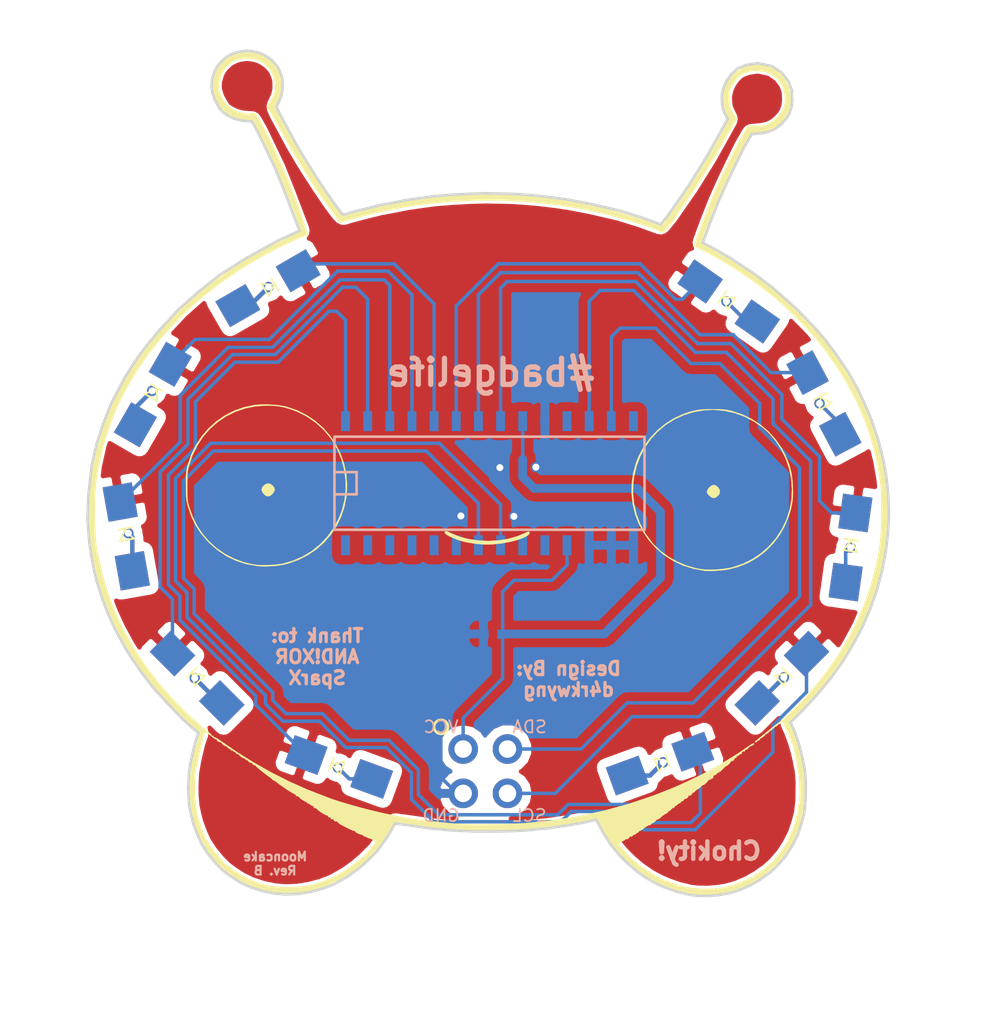
<source format=kicad_pcb>
(kicad_pcb (version 4) (host pcbnew 4.0.7)
  (layers (0 F.Cu signal) (31 B.Cu signal) (34 B.Paste user) (35 F.Paste user) (36 B.SilkS user) (37 F.SilkS user) (38 B.Mask user) (39 F.Mask user) (44 Edge.Cuts user))
  (net 0 "")
  (net 1 +3V3)
  (net 2 GND)
  (net 3 "Net-(D1-Pad2)")
  (net 4 "Net-(D2-Pad2)")
  (net 5 "Net-(D3-Pad2)")
  (net 6 "Net-(D4-Pad2)")
  (net 7 "Net-(D5-Pad2)")
  (net 8 "Net-(D6-Pad2)")
  (net 9 "Net-(D7-Pad2)")
  (net 10 "Net-(D8-Pad2)")
  (net 11 "Net-(D9-Pad2)")
  (net 12 "Net-(D10-Pad2)")
  (net 13 "Net-(R1-Pad1)")
  (net 14 "Net-(R2-Pad1)")
  (net 15 "Net-(R3-Pad1)")
  (net 16 "Net-(R4-Pad1)")
  (net 17 "Net-(R5-Pad1)")
  (net 18 "Net-(R6-Pad1)")
  (net 19 "Net-(R7-Pad1)")
  (net 20 "Net-(R8-Pad1)")
  (net 21 "Net-(R9-Pad1)")
  (net 22 scl)
  (net 23 sda)
  (net 24 "Net-(U1-Pad19)")
  (net 25 "Net-(U1-Pad20)")
  (net 26 "Net-(R10-Pad1)")
  (net 27 "Net-(U1-Pad23)")
  (net 28 "Net-(U1-Pad24)")
  (net 29 "Net-(U1-Pad25)")
  (net 30 "Net-(U1-Pad26)")
  (net 31 "Net-(U1-Pad27)")
  (net 32 "Net-(U1-Pad28)")
  (module design:silkscreen (layer F.Cu) (at 100 100)
    (fp_text reference G*** hide)
    (fp_text value LOGO hide)
  )
  (module mrmeeseeks-addon-lib:Badgelife-Shitty-2x2 (layer F.Cu) (at 99.83724 117.08384)
    (fp_text reference X1)
    (fp_text value Badgelife_shitty_connector)
    (fp_text user SDA (at 2.54 -2.54) (layer B.SilkS) (effects (font (size 0.7 0.7) (thickness 0.1)) (justify mirror)))
    (fp_text user SCL (at 2.54 2.54) (layer B.SilkS) (effects (font (size 0.7 0.7) (thickness 0.1)) (justify mirror)))
    (fp_text user GND (at -2.54 2.54) (layer B.SilkS) (effects (font (size 0.7 0.7) (thickness 0.1)) (justify mirror)))
    (fp_text user VCC (at -2.54 -2.54) (layer B.SilkS) (effects (font (size 0.7 0.7) (thickness 0.1)) (justify mirror)))
    (pad 4 thru_hole circle (at 1.27 -1.27) (size 1.7 1.7) (drill 1) (layers *.Cu *.Mask) (net 23 sda))
    (pad 3 thru_hole oval (at 1.27 1.27) (size 1.7 1.7) (drill 1) (layers *.Cu *.Mask) (net 22 scl))
    (pad 1 thru_hole oval (at -1.27 -1.27) (size 1.7 1.7) (drill 1) (layers *.Cu *.Mask) (net 1 +3V3))
    (pad 2 thru_hole oval (at -1.27 1.27) (size 1.7 1.7) (drill 1) (layers *.Cu *.Mask) (net 2 GND))
  )
  (module mrmeeseeks-addon-lib:R_1206_HandSoldering_NoSilk (layer B.Cu) (at 116.84 111.76 225)
    (fp_text reference R9)
    (fp_text value 220)
    (pad 1 smd rect (at -2 0 225) (size 2 1.7) (layers B.Cu B.Paste B.Mask) (net 21 "Net-(R9-Pad1)"))
    (pad 2 smd rect (at 2 0 225) (size 2 1.7) (layers B.Cu B.Paste B.Mask) (net 11 "Net-(D9-Pad2)"))
  )
  (module mooncake-addon-design:soldermask (layer F.Cu) (at 100 100)
    (fp_text reference G*** hide)
    (fp_text value LOGO hide)
  )
  (module SMD_Packages:SOIC-28 (layer B.Cu) (at 100.076 100.584)
    (fp_text reference U1)
    (fp_text value MCP23017)
    (pad 1 smd rect (at -8.255 -3.556) (size 0.508 1.143) (layers B.Cu B.Paste B.Mask) (net 13 "Net-(R1-Pad1)"))
    (pad 2 smd rect (at -6.985 -3.556) (size 0.508 1.143) (layers B.Cu B.Paste B.Mask) (net 14 "Net-(R2-Pad1)"))
    (pad 3 smd rect (at -5.715 -3.556) (size 0.508 1.143) (layers B.Cu B.Paste B.Mask) (net 15 "Net-(R3-Pad1)"))
    (pad 4 smd rect (at -4.445 -3.556) (size 0.508 1.143) (layers B.Cu B.Paste B.Mask) (net 16 "Net-(R4-Pad1)"))
    (pad 5 smd rect (at -3.175 -3.556) (size 0.508 1.143) (layers B.Cu B.Paste B.Mask) (net 17 "Net-(R5-Pad1)"))
    (pad 6 smd rect (at -1.905 -3.556) (size 0.508 1.143) (layers B.Cu B.Paste B.Mask) (net 18 "Net-(R6-Pad1)"))
    (pad 7 smd rect (at -0.635 -3.556) (size 0.508 1.143) (layers B.Cu B.Paste B.Mask) (net 19 "Net-(R7-Pad1)"))
    (pad 8 smd rect (at 0.635 -3.556) (size 0.508 1.143) (layers B.Cu B.Paste B.Mask) (net 20 "Net-(R8-Pad1)"))
    (pad 9 smd rect (at 1.905 -3.556) (size 0.508 1.143) (layers B.Cu B.Paste B.Mask) (net 1 +3V3))
    (pad 10 smd rect (at 3.175 -3.556) (size 0.508 1.143) (layers B.Cu B.Paste B.Mask) (net 2 GND))
    (pad 11 smd rect (at 4.445 -3.556) (size 0.508 1.143) (layers B.Cu B.Paste B.Mask))
    (pad 12 smd rect (at 5.715 -3.556) (size 0.508 1.143) (layers B.Cu B.Paste B.Mask) (net 22 scl))
    (pad 13 smd rect (at 6.985 -3.556) (size 0.508 1.143) (layers B.Cu B.Paste B.Mask) (net 23 sda))
    (pad 14 smd rect (at 8.255 -3.556) (size 0.508 1.143) (layers B.Cu B.Paste B.Mask))
    (pad 15 smd rect (at 8.255 3.556) (size 0.508 1.143) (layers B.Cu B.Paste B.Mask) (net 2 GND))
    (pad 16 smd rect (at 6.985 3.556) (size 0.508 1.143) (layers B.Cu B.Paste B.Mask) (net 2 GND))
    (pad 17 smd rect (at 5.715 3.556) (size 0.508 1.143) (layers B.Cu B.Paste B.Mask) (net 2 GND))
    (pad 18 smd rect (at 4.445 3.556) (size 0.508 1.143) (layers B.Cu B.Paste B.Mask) (net 1 +3V3))
    (pad 19 smd rect (at 3.175 3.556) (size 0.508 1.143) (layers B.Cu B.Paste B.Mask) (net 24 "Net-(U1-Pad19)"))
    (pad 20 smd rect (at 1.905 3.556) (size 0.508 1.143) (layers B.Cu B.Paste B.Mask) (net 25 "Net-(U1-Pad20)"))
    (pad 21 smd rect (at 0.635 3.556) (size 0.508 1.143) (layers B.Cu B.Paste B.Mask) (net 21 "Net-(R9-Pad1)"))
    (pad 22 smd rect (at -0.635 3.556) (size 0.508 1.143) (layers B.Cu B.Paste B.Mask) (net 26 "Net-(R10-Pad1)"))
    (pad 23 smd rect (at -1.905 3.556) (size 0.508 1.143) (layers B.Cu B.Paste B.Mask) (net 27 "Net-(U1-Pad23)"))
    (pad 24 smd rect (at -3.175 3.556) (size 0.508 1.143) (layers B.Cu B.Paste B.Mask) (net 28 "Net-(U1-Pad24)"))
    (pad 25 smd rect (at -4.445 3.556) (size 0.508 1.143) (layers B.Cu B.Paste B.Mask) (net 29 "Net-(U1-Pad25)"))
    (pad 26 smd rect (at -5.715 3.556) (size 0.508 1.143) (layers B.Cu B.Paste B.Mask) (net 30 "Net-(U1-Pad26)"))
    (pad 27 smd rect (at -6.985 3.556) (size 0.508 1.143) (layers B.Cu B.Paste B.Mask) (net 31 "Net-(U1-Pad27)"))
    (pad 28 smd rect (at -8.255 3.556) (size 0.508 1.143) (layers B.Cu B.Paste B.Mask) (net 32 "Net-(U1-Pad28)"))
  )
  (module mrmeeseeks-addon-lib:C_0402_NoSilk_NoText (layer B.Cu) (at 100.2792 109.22 180)
    (fp_text reference C1)
    (fp_text value 0.1uf)
    (pad 1 smd rect (at -0.55 0 180) (size 0.6 0.5) (layers B.Cu B.Paste B.Mask) (net 1 +3V3))
    (pad 2 smd rect (at 0.55 0 180) (size 0.6 0.5) (layers B.Cu B.Paste B.Mask) (net 2 GND))
  )
  (module mrmeeseeks-addon-lib:R_1206_HandSoldering_NoSilk (layer B.Cu) (at 109.855 116.6495 200)
    (fp_text reference R10)
    (fp_text value 220)
    (pad 1 smd rect (at -2 0 200) (size 2 1.7) (layers B.Cu B.Paste B.Mask) (net 26 "Net-(R10-Pad1)"))
    (pad 2 smd rect (at 2 0 200) (size 2 1.7) (layers B.Cu B.Paste B.Mask) (net 12 "Net-(D10-Pad2)"))
  )
  (module mrmeeseeks-addon-lib:LED_1206_HandSoldering_MinSilk (layer F.Cu) (at 109.855 116.6495 200)
    (fp_text reference D10)
    (fp_text value LED)
    (pad 1 smd rect (at -2 0 200) (size 2 1.7) (layers F.Cu F.Paste F.Mask) (net 2 GND))
    (pad 2 smd rect (at 2 0 200) (size 2 1.7) (layers F.Cu F.Paste F.Mask) (net 12 "Net-(D10-Pad2)"))
  )
  (module mrmeeseeks-addon-lib:LED_1206_HandSoldering_MinSilk (layer F.Cu) (at 91.44 116.84 340)
    (fp_text reference D1)
    (fp_text value LED)
    (pad 1 smd rect (at -2 0 340) (size 2 1.7) (layers F.Cu F.Paste F.Mask) (net 2 GND))
    (pad 2 smd rect (at 2 0 340) (size 2 1.7) (layers F.Cu F.Paste F.Mask) (net 3 "Net-(D1-Pad2)"))
  )
  (module mrmeeseeks-addon-lib:LED_1206_HandSoldering_MinSilk (layer F.Cu) (at 83.312 111.76 315)
    (fp_text reference D2)
    (fp_text value LED)
    (pad 1 smd rect (at -2 0 315) (size 2 1.7) (layers F.Cu F.Paste F.Mask) (net 2 GND))
    (pad 2 smd rect (at 2 0 315) (size 2 1.7) (layers F.Cu F.Paste F.Mask) (net 4 "Net-(D2-Pad2)"))
  )
  (module mrmeeseeks-addon-lib:LED_1206_HandSoldering_MinSilk (layer F.Cu) (at 79.248 103.632 280)
    (fp_text reference D3)
    (fp_text value LED)
    (pad 1 smd rect (at -2 0 280) (size 2 1.7) (layers F.Cu F.Paste F.Mask) (net 2 GND))
    (pad 2 smd rect (at 2 0 280) (size 2 1.7) (layers F.Cu F.Paste F.Mask) (net 5 "Net-(D3-Pad2)"))
  )
  (module mrmeeseeks-addon-lib:LED_1206_HandSoldering_MinSilk (layer F.Cu) (at 80.772 95.504 240)
    (fp_text reference D4)
    (fp_text value LED)
    (pad 1 smd rect (at -2 0 240) (size 2 1.7) (layers F.Cu F.Paste F.Mask) (net 2 GND))
    (pad 2 smd rect (at 2 0 240) (size 2 1.7) (layers F.Cu F.Paste F.Mask) (net 6 "Net-(D4-Pad2)"))
  )
  (module mrmeeseeks-addon-lib:LED_1206_HandSoldering_MinSilk (layer F.Cu) (at 87.376 89.408 210)
    (fp_text reference D5)
    (fp_text value LED)
    (pad 1 smd rect (at -2 0 210) (size 2 1.7) (layers F.Cu F.Paste F.Mask) (net 2 GND))
    (pad 2 smd rect (at 2 0 210) (size 2 1.7) (layers F.Cu F.Paste F.Mask) (net 7 "Net-(D5-Pad2)"))
  )
  (module mrmeeseeks-addon-lib:LED_1206_HandSoldering_MinSilk (layer F.Cu) (at 113.792 90.17 325)
    (fp_text reference D6)
    (fp_text value LED)
    (pad 1 smd rect (at -2 0 325) (size 2 1.7) (layers F.Cu F.Paste F.Mask) (net 2 GND))
    (pad 2 smd rect (at 2 0 325) (size 2 1.7) (layers F.Cu F.Paste F.Mask) (net 8 "Net-(D6-Pad2)"))
  )
  (module mrmeeseeks-addon-lib:LED_1206_HandSoldering_MinSilk (layer F.Cu) (at 119.253 96.012 298)
    (fp_text reference D7)
    (fp_text value LED)
    (pad 1 smd rect (at -2 0 298) (size 2 1.7) (layers F.Cu F.Paste F.Mask) (net 2 GND))
    (pad 2 smd rect (at 2 0 298) (size 2 1.7) (layers F.Cu F.Paste F.Mask) (net 9 "Net-(D7-Pad2)"))
  )
  (module mrmeeseeks-addon-lib:LED_1206_HandSoldering_MinSilk (layer F.Cu) (at 120.777 104.267 262)
    (fp_text reference D8)
    (fp_text value LED)
    (pad 1 smd rect (at -2 0 262) (size 2 1.7) (layers F.Cu F.Paste F.Mask) (net 2 GND))
    (pad 2 smd rect (at 2 0 262) (size 2 1.7) (layers F.Cu F.Paste F.Mask) (net 10 "Net-(D8-Pad2)"))
  )
  (module mrmeeseeks-addon-lib:LED_1206_HandSoldering_MinSilk (layer F.Cu) (at 116.84 111.76 225)
    (fp_text reference D9)
    (fp_text value LED)
    (pad 1 smd rect (at -2 0 225) (size 2 1.7) (layers F.Cu F.Paste F.Mask) (net 2 GND))
    (pad 2 smd rect (at 2 0 225) (size 2 1.7) (layers F.Cu F.Paste F.Mask) (net 11 "Net-(D9-Pad2)"))
  )
  (module mrmeeseeks-addon-lib:R_1206_HandSoldering_NoSilk (layer B.Cu) (at 120.777 104.267 262)
    (fp_text reference R8)
    (fp_text value 220)
    (pad 1 smd rect (at -2 0 262) (size 2 1.7) (layers B.Cu B.Paste B.Mask) (net 20 "Net-(R8-Pad1)"))
    (pad 2 smd rect (at 2 0 262) (size 2 1.7) (layers B.Cu B.Paste B.Mask) (net 10 "Net-(D8-Pad2)"))
  )
  (module mrmeeseeks-addon-lib:R_1206_HandSoldering_NoSilk (layer B.Cu) (at 119.253 96.012 298)
    (fp_text reference R7)
    (fp_text value 220)
    (pad 1 smd rect (at -2 0 298) (size 2 1.7) (layers B.Cu B.Paste B.Mask) (net 19 "Net-(R7-Pad1)"))
    (pad 2 smd rect (at 2 0 298) (size 2 1.7) (layers B.Cu B.Paste B.Mask) (net 9 "Net-(D7-Pad2)"))
  )
  (module mrmeeseeks-addon-lib:R_1206_HandSoldering_NoSilk (layer B.Cu) (at 113.792 90.17 325)
    (fp_text reference R6)
    (fp_text value 220)
    (pad 1 smd rect (at -2 0 325) (size 2 1.7) (layers B.Cu B.Paste B.Mask) (net 18 "Net-(R6-Pad1)"))
    (pad 2 smd rect (at 2 0 325) (size 2 1.7) (layers B.Cu B.Paste B.Mask) (net 8 "Net-(D6-Pad2)"))
  )
  (module mrmeeseeks-addon-lib:R_1206_HandSoldering_NoSilk (layer B.Cu) (at 87.376 89.408 210)
    (fp_text reference R5)
    (fp_text value 220)
    (pad 1 smd rect (at -2 0 210) (size 2 1.7) (layers B.Cu B.Paste B.Mask) (net 17 "Net-(R5-Pad1)"))
    (pad 2 smd rect (at 2 0 210) (size 2 1.7) (layers B.Cu B.Paste B.Mask) (net 7 "Net-(D5-Pad2)"))
  )
  (module mrmeeseeks-addon-lib:R_1206_HandSoldering_NoSilk (layer B.Cu) (at 80.772 95.504 240)
    (fp_text reference R4)
    (fp_text value 220)
    (pad 1 smd rect (at -2 0 240) (size 2 1.7) (layers B.Cu B.Paste B.Mask) (net 16 "Net-(R4-Pad1)"))
    (pad 2 smd rect (at 2 0 240) (size 2 1.7) (layers B.Cu B.Paste B.Mask) (net 6 "Net-(D4-Pad2)"))
  )
  (module mrmeeseeks-addon-lib:R_1206_HandSoldering_NoSilk (layer B.Cu) (at 79.248 103.632 280)
    (fp_text reference R3)
    (fp_text value 220)
    (pad 1 smd rect (at -2 0 280) (size 2 1.7) (layers B.Cu B.Paste B.Mask) (net 15 "Net-(R3-Pad1)"))
    (pad 2 smd rect (at 2 0 280) (size 2 1.7) (layers B.Cu B.Paste B.Mask) (net 5 "Net-(D3-Pad2)"))
  )
  (module mrmeeseeks-addon-lib:R_1206_HandSoldering_NoSilk (layer B.Cu) (at 83.312 111.76 315)
    (fp_text reference R2)
    (fp_text value 220)
    (pad 1 smd rect (at -2 0 315) (size 2 1.7) (layers B.Cu B.Paste B.Mask) (net 14 "Net-(R2-Pad1)"))
    (pad 2 smd rect (at 2 0 315) (size 2 1.7) (layers B.Cu B.Paste B.Mask) (net 4 "Net-(D2-Pad2)"))
  )
  (module mrmeeseeks-addon-lib:R_1206_HandSoldering_NoSilk (layer B.Cu) (at 91.44 116.84 340)
    (fp_text reference R1)
    (fp_text value 220)
    (pad 1 smd rect (at -2 0 340) (size 2 1.7) (layers B.Cu B.Paste B.Mask) (net 13 "Net-(R1-Pad1)"))
    (pad 2 smd rect (at 2 0 340) (size 2 1.7) (layers B.Cu B.Paste B.Mask) (net 3 "Net-(D1-Pad2)"))
  )
  (gr_text "Mooncake\nRev. B" (at 87.7824 122.3772) (layer B.SilkS) (effects (font (size 0.5 0.5) (thickness 0.125)) (justify mirror)))
  (gr_text Chokity! (at 112.66424 121.65584) (layer B.SilkS) (effects (font (size 1 1) (thickness 0.25)) (justify mirror)))
  (gr_text "Design By:\nd4rkwyng" (at 104.6099 111.8108) (layer B.SilkS) (effects (font (size 0.75 0.75) (thickness 0.1875)) (justify mirror)))
  (gr_line (start 120.6373 94.1959) (end 121.0818 94.9833) (angle 90) (layer Edge.Cuts) (width 0.15))
  (gr_line (start 119.9007 93.1164) (end 120.6373 94.1959) (angle 90) (layer Edge.Cuts) (width 0.15))
  (gr_line (start 119.3165 92.3544) (end 119.9007 93.1164) (angle 90) (layer Edge.Cuts) (width 0.15))
  (gr_line (start 118.6942 91.6305) (end 119.3165 92.3544) (angle 90) (layer Edge.Cuts) (width 0.15))
  (gr_line (start 117.6274 90.5383) (end 118.6942 91.6305) (angle 90) (layer Edge.Cuts) (width 0.15))
  (gr_line (start 116.3193 89.3826) (end 117.6274 90.5383) (angle 90) (layer Edge.Cuts) (width 0.15))
  (gr_line (start 115.2398 88.5698) (end 116.3193 89.3826) (angle 90) (layer Edge.Cuts) (width 0.15))
  (gr_line (start 113.8428 87.6554) (end 115.2398 88.5698) (angle 90) (layer Edge.Cuts) (width 0.15))
  (gr_line (start 112.776 87.0458) (end 113.8428 87.6554) (angle 90) (layer Edge.Cuts) (width 0.15))
  (gr_line (start 112.3061 86.8045) (end 112.776 87.0458) (angle 90) (layer Edge.Cuts) (width 0.15))
  (gr_line (start 112.7125 85.6996) (end 112.3061 86.8045) (angle 90) (layer Edge.Cuts) (width 0.15))
  (gr_line (start 113.2205 84.4169) (end 112.7125 85.6996) (angle 90) (layer Edge.Cuts) (width 0.15))
  (gr_line (start 113.7412 83.2612) (end 113.2205 84.4169) (angle 90) (layer Edge.Cuts) (width 0.15))
  (gr_line (start 114.2111 82.2833) (end 113.7412 83.2612) (angle 90) (layer Edge.Cuts) (width 0.15))
  (gr_line (start 114.681 81.3308) (end 114.2111 82.2833) (angle 90) (layer Edge.Cuts) (width 0.15))
  (gr_line (start 115.1128 80.5815) (end 114.681 81.3308) (angle 90) (layer Edge.Cuts) (width 0.15))
  (gr_line (start 115.7097 80.5307) (end 115.1128 80.5815) (angle 90) (layer Edge.Cuts) (width 0.15))
  (gr_line (start 116.078 80.4545) (end 115.7097 80.5307) (angle 90) (layer Edge.Cuts) (width 0.15))
  (gr_line (start 116.4844 80.2767) (end 116.078 80.4545) (angle 90) (layer Edge.Cuts) (width 0.15))
  (gr_line (start 116.8273 79.9973) (end 116.4844 80.2767) (angle 90) (layer Edge.Cuts) (width 0.15))
  (gr_line (start 117.094 79.7052) (end 116.8273 79.9973) (angle 90) (layer Edge.Cuts) (width 0.15))
  (gr_line (start 117.2718 79.4131) (end 117.094 79.7052) (angle 90) (layer Edge.Cuts) (width 0.15))
  (gr_line (start 117.3988 79.0194) (end 117.2718 79.4131) (angle 90) (layer Edge.Cuts) (width 0.15))
  (gr_line (start 117.4369 78.6384) (end 117.3988 79.0194) (angle 90) (layer Edge.Cuts) (width 0.15))
  (gr_line (start 117.4115 78.0669) (end 117.4369 78.6384) (angle 90) (layer Edge.Cuts) (width 0.15))
  (gr_line (start 117.221 77.5589) (end 117.4115 78.0669) (angle 90) (layer Edge.Cuts) (width 0.15))
  (gr_line (start 116.84 77.0636) (end 117.221 77.5589) (angle 90) (layer Edge.Cuts) (width 0.15))
  (gr_line (start 116.2685 76.6826) (end 116.84 77.0636) (angle 90) (layer Edge.Cuts) (width 0.15))
  (gr_line (start 115.4557 76.5175) (end 116.2685 76.6826) (angle 90) (layer Edge.Cuts) (width 0.15))
  (gr_line (start 114.808 76.6191) (end 115.4557 76.5175) (angle 90) (layer Edge.Cuts) (width 0.15))
  (gr_line (start 114.2873 76.8223) (end 114.808 76.6191) (angle 90) (layer Edge.Cuts) (width 0.15))
  (gr_line (start 113.9317 77.1652) (end 114.2873 76.8223) (angle 90) (layer Edge.Cuts) (width 0.15))
  (gr_line (start 113.6777 77.5208) (end 113.9317 77.1652) (angle 90) (layer Edge.Cuts) (width 0.15))
  (gr_line (start 113.4872 77.9526) (end 113.6777 77.5208) (angle 90) (layer Edge.Cuts) (width 0.15))
  (gr_line (start 113.3983 78.3844) (end 113.4872 77.9526) (angle 90) (layer Edge.Cuts) (width 0.15))
  (gr_line (start 113.411 78.8162) (end 113.3983 78.3844) (angle 90) (layer Edge.Cuts) (width 0.15))
  (gr_line (start 113.4618 79.1337) (end 113.411 78.8162) (angle 90) (layer Edge.Cuts) (width 0.15))
  (gr_line (start 113.538 79.3369) (end 113.4618 79.1337) (angle 90) (layer Edge.Cuts) (width 0.15))
  (gr_line (start 113.7285 79.7179) (end 113.538 79.3369) (angle 90) (layer Edge.Cuts) (width 0.15))
  (gr_line (start 113.411 80.3021) (end 113.7285 79.7179) (angle 90) (layer Edge.Cuts) (width 0.15))
  (gr_line (start 112.5474 81.8388) (end 113.411 80.3021) (angle 90) (layer Edge.Cuts) (width 0.15))
  (gr_line (start 111.506 83.5152) (end 112.5474 81.8388) (angle 90) (layer Edge.Cuts) (width 0.15))
  (gr_line (start 110.3249 85.217) (end 111.506 83.5152) (angle 90) (layer Edge.Cuts) (width 0.15))
  (gr_line (start 109.8804 85.7504) (end 110.3249 85.217) (angle 90) (layer Edge.Cuts) (width 0.15))
  (gr_line (start 108.839 85.3694) (end 109.8804 85.7504) (angle 90) (layer Edge.Cuts) (width 0.15))
  (gr_line (start 107.5817 84.9757) (end 108.839 85.3694) (angle 90) (layer Edge.Cuts) (width 0.15))
  (gr_line (start 105.8799 84.582) (end 107.5817 84.9757) (angle 90) (layer Edge.Cuts) (width 0.15))
  (gr_line (start 104.6099 84.3407) (end 105.8799 84.582) (angle 90) (layer Edge.Cuts) (width 0.15))
  (gr_line (start 103.7971 84.2264) (end 104.6099 84.3407) (angle 90) (layer Edge.Cuts) (width 0.15))
  (gr_line (start 102.9716 84.1248) (end 103.7971 84.2264) (angle 90) (layer Edge.Cuts) (width 0.15))
  (gr_line (start 102.3874 84.074) (end 102.9716 84.1248) (angle 90) (layer Edge.Cuts) (width 0.15))
  (gr_line (start 101.5111 84.0105) (end 102.3874 84.074) (angle 90) (layer Edge.Cuts) (width 0.15))
  (gr_line (start 101.1047 83.9978) (end 101.5111 84.0105) (angle 90) (layer Edge.Cuts) (width 0.15))
  (gr_line (start 99.8728 83.9724) (end 101.1047 83.9978) (angle 90) (layer Edge.Cuts) (width 0.15))
  (gr_line (start 98.9711 83.9978) (end 99.8728 83.9724) (angle 90) (layer Edge.Cuts) (width 0.15))
  (gr_line (start 98.0186 84.0486) (end 98.9711 83.9978) (angle 90) (layer Edge.Cuts) (width 0.15))
  (gr_line (start 97.2185 84.1121) (end 98.0186 84.0486) (angle 90) (layer Edge.Cuts) (width 0.15))
  (gr_line (start 96.8756 84.1375) (end 97.2185 84.1121) (angle 90) (layer Edge.Cuts) (width 0.15))
  (gr_line (start 96.6343 84.1756) (end 96.8756 84.1375) (angle 90) (layer Edge.Cuts) (width 0.15))
  (gr_line (start 96.4311 84.201) (end 96.6343 84.1756) (angle 90) (layer Edge.Cuts) (width 0.15))
  (gr_line (start 95.7961 84.2899) (end 96.4311 84.201) (angle 90) (layer Edge.Cuts) (width 0.15))
  (gr_line (start 95.2754 84.3661) (end 95.7961 84.2899) (angle 90) (layer Edge.Cuts) (width 0.15))
  (gr_line (start 94.6404 84.4931) (end 95.2754 84.3661) (angle 90) (layer Edge.Cuts) (width 0.15))
  (gr_line (start 93.7641 84.6582) (end 94.6404 84.4931) (angle 90) (layer Edge.Cuts) (width 0.15))
  (gr_line (start 92.7354 84.9122) (end 93.7641 84.6582) (angle 90) (layer Edge.Cuts) (width 0.15))
  (gr_line (start 92.0242 85.1027) (end 92.7354 84.9122) (angle 90) (layer Edge.Cuts) (width 0.15))
  (gr_line (start 91.7067 85.2043) (end 92.0242 85.1027) (angle 90) (layer Edge.Cuts) (width 0.15))
  (gr_line (start 91.6432 85.1535) (end 91.7067 85.2043) (angle 90) (layer Edge.Cuts) (width 0.15))
  (gr_line (start 91.4781 84.963) (end 91.6432 85.1535) (angle 90) (layer Edge.Cuts) (width 0.15))
  (gr_line (start 91.0463 84.3788) (end 91.4781 84.963) (angle 90) (layer Edge.Cuts) (width 0.15))
  (gr_line (start 90.8939 84.1502) (end 91.0463 84.3788) (angle 90) (layer Edge.Cuts) (width 0.15))
  (gr_line (start 90.7542 83.947) (end 90.8939 84.1502) (angle 90) (layer Edge.Cuts) (width 0.15))
  (gr_line (start 90.6272 83.7565) (end 90.7542 83.947) (angle 90) (layer Edge.Cuts) (width 0.15))
  (gr_line (start 90.4621 83.5152) (end 90.6272 83.7565) (angle 90) (layer Edge.Cuts) (width 0.15))
  (gr_line (start 89.9414 82.7151) (end 90.4621 83.5152) (angle 90) (layer Edge.Cuts) (width 0.15))
  (gr_line (start 89.5985 82.169) (end 89.9414 82.7151) (angle 90) (layer Edge.Cuts) (width 0.15))
  (gr_line (start 89.2556 81.5975) (end 89.5985 82.169) (angle 90) (layer Edge.Cuts) (width 0.15))
  (gr_line (start 89.0397 81.2292) (end 89.2556 81.5975) (angle 90) (layer Edge.Cuts) (width 0.15))
  (gr_line (start 88.8746 80.9371) (end 89.0397 81.2292) (angle 90) (layer Edge.Cuts) (width 0.15))
  (gr_line (start 88.7476 80.6958) (end 88.8746 80.9371) (angle 90) (layer Edge.Cuts) (width 0.15))
  (gr_line (start 88.4301 80.1116) (end 88.7476 80.6958) (angle 90) (layer Edge.Cuts) (width 0.15))
  (gr_line (start 88.0491 79.4131) (end 88.4301 80.1116) (angle 90) (layer Edge.Cuts) (width 0.15))
  (gr_line (start 87.9221 79.1464) (end 88.0491 79.4131) (angle 90) (layer Edge.Cuts) (width 0.15))
  (gr_line (start 87.8713 79.0067) (end 87.9221 79.1464) (angle 90) (layer Edge.Cuts) (width 0.15))
  (gr_line (start 87.9729 78.8035) (end 87.8713 79.0067) (angle 90) (layer Edge.Cuts) (width 0.15))
  (gr_line (start 88.138 78.4098) (end 87.9729 78.8035) (angle 90) (layer Edge.Cuts) (width 0.15))
  (gr_line (start 88.1761 78.232) (end 88.138 78.4098) (angle 90) (layer Edge.Cuts) (width 0.15))
  (gr_line (start 88.2142 78.0161) (end 88.1761 78.232) (angle 90) (layer Edge.Cuts) (width 0.15))
  (gr_line (start 88.2142 77.6478) (end 88.2142 78.0161) (angle 90) (layer Edge.Cuts) (width 0.15))
  (gr_line (start 88.1888 77.343) (end 88.2142 77.6478) (angle 90) (layer Edge.Cuts) (width 0.15))
  (gr_line (start 88.0237 76.9112) (end 88.1888 77.343) (angle 90) (layer Edge.Cuts) (width 0.15))
  (gr_line (start 87.8713 76.6445) (end 88.0237 76.9112) (angle 90) (layer Edge.Cuts) (width 0.15))
  (gr_line (start 87.5919 76.3397) (end 87.8713 76.6445) (angle 90) (layer Edge.Cuts) (width 0.15))
  (gr_line (start 87.2363 76.0857) (end 87.5919 76.3397) (angle 90) (layer Edge.Cuts) (width 0.15))
  (gr_line (start 86.9696 75.9587) (end 87.2363 76.0857) (angle 90) (layer Edge.Cuts) (width 0.15))
  (gr_line (start 86.7664 75.8952) (end 86.9696 75.9587) (angle 90) (layer Edge.Cuts) (width 0.15))
  (gr_line (start 86.3981 75.819) (end 86.7664 75.8952) (angle 90) (layer Edge.Cuts) (width 0.15))
  (gr_line (start 86.0933 75.8063) (end 86.3981 75.819) (angle 90) (layer Edge.Cuts) (width 0.15))
  (gr_line (start 85.6742 75.8698) (end 86.0933 75.8063) (angle 90) (layer Edge.Cuts) (width 0.15))
  (gr_line (start 85.3821 75.9587) (end 85.6742 75.8698) (angle 90) (layer Edge.Cuts) (width 0.15))
  (gr_line (start 84.9884 76.1619) (end 85.3821 75.9587) (angle 90) (layer Edge.Cuts) (width 0.15))
  (gr_line (start 84.6709 76.454) (end 84.9884 76.1619) (angle 90) (layer Edge.Cuts) (width 0.15))
  (gr_line (start 84.4677 76.6953) (end 84.6709 76.454) (angle 90) (layer Edge.Cuts) (width 0.15))
  (gr_line (start 84.3026 77.0128) (end 84.4677 76.6953) (angle 90) (layer Edge.Cuts) (width 0.15))
  (gr_line (start 84.1629 77.4827) (end 84.3026 77.0128) (angle 90) (layer Edge.Cuts) (width 0.15))
  (gr_line (start 84.1375 77.9018) (end 84.1629 77.4827) (angle 90) (layer Edge.Cuts) (width 0.15))
  (gr_line (start 84.1883 78.2193) (end 84.1375 77.9018) (angle 90) (layer Edge.Cuts) (width 0.15))
  (gr_line (start 84.3153 78.6003) (end 84.1883 78.2193) (angle 90) (layer Edge.Cuts) (width 0.15))
  (gr_line (start 84.582 79.0829) (end 84.3153 78.6003) (angle 90) (layer Edge.Cuts) (width 0.15))
  (gr_line (start 84.7598 79.3115) (end 84.582 79.0829) (angle 90) (layer Edge.Cuts) (width 0.15))
  (gr_line (start 85.0519 79.5147) (end 84.7598 79.3115) (angle 90) (layer Edge.Cuts) (width 0.15))
  (gr_line (start 85.4202 79.6925) (end 85.0519 79.5147) (angle 90) (layer Edge.Cuts) (width 0.15))
  (gr_line (start 85.8393 79.8068) (end 85.4202 79.6925) (angle 90) (layer Edge.Cuts) (width 0.15))
  (gr_line (start 86.2457 79.8449) (end 85.8393 79.8068) (angle 90) (layer Edge.Cuts) (width 0.15))
  (gr_line (start 86.4362 79.8449) (end 86.2457 79.8449) (angle 90) (layer Edge.Cuts) (width 0.15))
  (gr_line (start 86.8045 80.4926) (end 86.4362 79.8449) (angle 90) (layer Edge.Cuts) (width 0.15))
  (gr_line (start 87.8078 82.5881) (end 86.8045 80.4926) (angle 90) (layer Edge.Cuts) (width 0.15))
  (gr_line (start 88.3666 83.9851) (end 87.8078 82.5881) (angle 90) (layer Edge.Cuts) (width 0.15))
  (gr_line (start 89.1794 86.1187) (end 88.3666 83.9851) (angle 90) (layer Edge.Cuts) (width 0.15))
  (gr_line (start 87.9475 86.6775) (end 89.1794 86.1187) (angle 90) (layer Edge.Cuts) (width 0.15))
  (gr_line (start 86.1314 87.6808) (end 87.9475 86.6775) (angle 90) (layer Edge.Cuts) (width 0.15))
  (gr_line (start 84.6074 88.646) (end 86.1314 87.6808) (angle 90) (layer Edge.Cuts) (width 0.15))
  (gr_line (start 83.3882 89.6112) (end 84.6074 88.646) (angle 90) (layer Edge.Cuts) (width 0.15))
  (gr_line (start 82.2706 90.6018) (end 83.3882 89.6112) (angle 90) (layer Edge.Cuts) (width 0.15))
  (gr_line (start 81.1784 91.7702) (end 82.2706 90.6018) (angle 90) (layer Edge.Cuts) (width 0.15))
  (gr_line (start 80.4164 92.6846) (end 81.1784 91.7702) (angle 90) (layer Edge.Cuts) (width 0.15))
  (gr_line (start 79.8068 93.5101) (end 80.4164 92.6846) (angle 90) (layer Edge.Cuts) (width 0.15))
  (gr_line (start 79.1591 94.5261) (end 79.8068 93.5101) (angle 90) (layer Edge.Cuts) (width 0.15))
  (gr_line (start 78.3844 96.012) (end 79.1591 94.5261) (angle 90) (layer Edge.Cuts) (width 0.15))
  (gr_line (start 77.9272 97.1677) (end 78.3844 96.012) (angle 90) (layer Edge.Cuts) (width 0.15))
  (gr_line (start 77.5462 98.3234) (end 77.9272 97.1677) (angle 90) (layer Edge.Cuts) (width 0.15))
  (gr_line (start 77.2668 99.568) (end 77.5462 98.3234) (angle 90) (layer Edge.Cuts) (width 0.15))
  (gr_line (start 77.0763 101.2698) (end 77.2668 99.568) (angle 90) (layer Edge.Cuts) (width 0.15))
  (gr_line (start 77.0255 102.6668) (end 77.0763 101.2698) (angle 90) (layer Edge.Cuts) (width 0.15))
  (gr_line (start 77.1271 103.9368) (end 77.0255 102.6668) (angle 90) (layer Edge.Cuts) (width 0.15))
  (gr_line (start 77.2541 104.8004) (end 77.1271 103.9368) (angle 90) (layer Edge.Cuts) (width 0.15))
  (gr_line (start 77.4065 105.6132) (end 77.2541 104.8004) (angle 90) (layer Edge.Cuts) (width 0.15))
  (gr_line (start 77.5335 106.1339) (end 77.4065 105.6132) (angle 90) (layer Edge.Cuts) (width 0.15))
  (gr_line (start 77.8637 107.188) (end 77.5335 106.1339) (angle 90) (layer Edge.Cuts) (width 0.15))
  (gr_line (start 78.2066 108.077) (end 77.8637 107.188) (angle 90) (layer Edge.Cuts) (width 0.15))
  (gr_line (start 78.6257 108.9914) (end 78.2066 108.077) (angle 90) (layer Edge.Cuts) (width 0.15))
  (gr_line (start 79.1591 109.9693) (end 78.6257 108.9914) (angle 90) (layer Edge.Cuts) (width 0.15))
  (gr_line (start 79.5401 110.5916) (end 79.1591 109.9693) (angle 90) (layer Edge.Cuts) (width 0.15))
  (gr_line (start 80.2005 111.5441) (end 79.5401 110.5916) (angle 90) (layer Edge.Cuts) (width 0.15))
  (gr_line (start 80.7847 112.2934) (end 80.2005 111.5441) (angle 90) (layer Edge.Cuts) (width 0.15))
  (gr_line (start 81.8642 113.4745) (end 80.7847 112.2934) (angle 90) (layer Edge.Cuts) (width 0.15))
  (gr_line (start 82.4992 114.1222) (end 81.8642 113.4745) (angle 90) (layer Edge.Cuts) (width 0.15))
  (gr_line (start 82.9564 114.5286) (end 82.4992 114.1222) (angle 90) (layer Edge.Cuts) (width 0.15))
  (gr_line (start 83.3882 114.8969) (end 82.9564 114.5286) (angle 90) (layer Edge.Cuts) (width 0.15))
  (gr_line (start 83.1977 115.443) (end 83.3882 114.8969) (angle 90) (layer Edge.Cuts) (width 0.15))
  (gr_line (start 82.9691 116.4209) (end 83.1977 115.443) (angle 90) (layer Edge.Cuts) (width 0.15))
  (gr_line (start 82.8421 117.1448) (end 82.9691 116.4209) (angle 90) (layer Edge.Cuts) (width 0.15))
  (gr_line (start 82.804 118.0211) (end 82.8421 117.1448) (angle 90) (layer Edge.Cuts) (width 0.15))
  (gr_line (start 82.8167 118.5164) (end 82.804 118.0211) (angle 90) (layer Edge.Cuts) (width 0.15))
  (gr_line (start 82.8675 119.126) (end 82.8167 118.5164) (angle 90) (layer Edge.Cuts) (width 0.15))
  (gr_line (start 82.9818 119.6594) (end 82.8675 119.126) (angle 90) (layer Edge.Cuts) (width 0.15))
  (gr_line (start 83.0961 120.1039) (end 82.9818 119.6594) (angle 90) (layer Edge.Cuts) (width 0.15))
  (gr_line (start 83.3501 120.777) (end 83.0961 120.1039) (angle 90) (layer Edge.Cuts) (width 0.15))
  (gr_line (start 83.5533 121.2342) (end 83.3501 120.777) (angle 90) (layer Edge.Cuts) (width 0.15))
  (gr_line (start 83.9216 121.8057) (end 83.5533 121.2342) (angle 90) (layer Edge.Cuts) (width 0.15))
  (gr_line (start 84.4042 122.3899) (end 83.9216 121.8057) (angle 90) (layer Edge.Cuts) (width 0.15))
  (gr_line (start 84.7852 122.7709) (end 84.4042 122.3899) (angle 90) (layer Edge.Cuts) (width 0.15))
  (gr_line (start 85.1916 123.0757) (end 84.7852 122.7709) (angle 90) (layer Edge.Cuts) (width 0.15))
  (gr_line (start 85.7123 123.4186) (end 85.1916 123.0757) (angle 90) (layer Edge.Cuts) (width 0.15))
  (gr_line (start 86.3219 123.7107) (end 85.7123 123.4186) (angle 90) (layer Edge.Cuts) (width 0.15))
  (gr_line (start 87.0458 123.952) (end 86.3219 123.7107) (angle 90) (layer Edge.Cuts) (width 0.15))
  (gr_line (start 87.7443 124.0917) (end 87.0458 123.952) (angle 90) (layer Edge.Cuts) (width 0.15))
  (gr_line (start 88.3666 124.1425) (end 87.7443 124.0917) (angle 90) (layer Edge.Cuts) (width 0.15))
  (gr_line (start 89.1032 124.1171) (end 88.3666 124.1425) (angle 90) (layer Edge.Cuts) (width 0.15))
  (gr_line (start 89.8525 123.9901) (end 89.1032 124.1171) (angle 90) (layer Edge.Cuts) (width 0.15))
  (gr_line (start 90.5129 123.8123) (end 89.8525 123.9901) (angle 90) (layer Edge.Cuts) (width 0.15))
  (gr_line (start 91.1733 123.5583) (end 90.5129 123.8123) (angle 90) (layer Edge.Cuts) (width 0.15))
  (gr_line (start 91.9353 123.1265) (end 91.1733 123.5583) (angle 90) (layer Edge.Cuts) (width 0.15))
  (gr_line (start 92.5576 122.682) (end 91.9353 123.1265) (angle 90) (layer Edge.Cuts) (width 0.15))
  (gr_line (start 93.0656 122.2375) (end 92.5576 122.682) (angle 90) (layer Edge.Cuts) (width 0.15))
  (gr_line (start 93.6244 121.6787) (end 93.0656 122.2375) (angle 90) (layer Edge.Cuts) (width 0.15))
  (gr_line (start 94.1959 120.8913) (end 93.6244 121.6787) (angle 90) (layer Edge.Cuts) (width 0.15))
  (gr_line (start 94.4626 120.4468) (end 94.1959 120.8913) (angle 90) (layer Edge.Cuts) (width 0.15))
  (gr_line (start 94.6658 120.0785) (end 94.4626 120.4468) (angle 90) (layer Edge.Cuts) (width 0.15))
  (gr_line (start 95.5167 120.1928) (end 94.6658 120.0785) (angle 90) (layer Edge.Cuts) (width 0.15))
  (gr_line (start 96.5708 120.3452) (end 95.5167 120.1928) (angle 90) (layer Edge.Cuts) (width 0.15))
  (gr_line (start 97.8154 120.4722) (end 96.5708 120.3452) (angle 90) (layer Edge.Cuts) (width 0.15))
  (gr_line (start 99.2632 120.5357) (end 97.8154 120.4722) (angle 90) (layer Edge.Cuts) (width 0.15))
  (gr_line (start 100.5713 120.5357) (end 99.2632 120.5357) (angle 90) (layer Edge.Cuts) (width 0.15))
  (gr_line (start 101.5619 120.5103) (end 100.5713 120.5357) (angle 90) (layer Edge.Cuts) (width 0.15))
  (gr_line (start 102.1842 120.4722) (end 101.5619 120.5103) (angle 90) (layer Edge.Cuts) (width 0.15))
  (gr_line (start 103.3907 120.3579) (end 102.1842 120.4722) (angle 90) (layer Edge.Cuts) (width 0.15))
  (gr_line (start 104.0003 120.269) (end 103.3907 120.3579) (angle 90) (layer Edge.Cuts) (width 0.15))
  (gr_line (start 104.5972 120.1801) (end 104.0003 120.269) (angle 90) (layer Edge.Cuts) (width 0.15))
  (gr_line (start 105.41 120.0404) (end 104.5972 120.1801) (angle 90) (layer Edge.Cuts) (width 0.15))
  (gr_line (start 105.9942 119.9134) (end 105.41 120.0404) (angle 90) (layer Edge.Cuts) (width 0.15))
  (gr_line (start 106.1847 119.8626) (end 105.9942 119.9134) (angle 90) (layer Edge.Cuts) (width 0.15))
  (gr_line (start 106.2609 119.9769) (end 106.1847 119.8626) (angle 90) (layer Edge.Cuts) (width 0.15))
  (gr_line (start 106.6038 120.6373) (end 106.2609 119.9769) (angle 90) (layer Edge.Cuts) (width 0.15))
  (gr_line (start 107.0229 121.285) (end 106.6038 120.6373) (angle 90) (layer Edge.Cuts) (width 0.15))
  (gr_line (start 107.5182 121.8946) (end 107.0229 121.285) (angle 90) (layer Edge.Cuts) (width 0.15))
  (gr_line (start 108.0135 122.3899) (end 107.5182 121.8946) (angle 90) (layer Edge.Cuts) (width 0.15))
  (gr_line (start 108.5723 122.8598) (end 108.0135 122.3899) (angle 90) (layer Edge.Cuts) (width 0.15))
  (gr_line (start 109.1438 123.2535) (end 108.5723 122.8598) (angle 90) (layer Edge.Cuts) (width 0.15))
  (gr_line (start 109.7026 123.5583) (end 109.1438 123.2535) (angle 90) (layer Edge.Cuts) (width 0.15))
  (gr_line (start 110.1979 123.7742) (end 109.7026 123.5583) (angle 90) (layer Edge.Cuts) (width 0.15))
  (gr_line (start 110.8583 124.0028) (end 110.1979 123.7742) (angle 90) (layer Edge.Cuts) (width 0.15))
  (gr_line (start 111.5568 124.1679) (end 110.8583 124.0028) (angle 90) (layer Edge.Cuts) (width 0.15))
  (gr_line (start 111.9759 124.2187) (end 111.5568 124.1679) (angle 90) (layer Edge.Cuts) (width 0.15))
  (gr_line (start 112.5982 124.2314) (end 111.9759 124.2187) (angle 90) (layer Edge.Cuts) (width 0.15))
  (gr_line (start 113.2078 124.1806) (end 112.5982 124.2314) (angle 90) (layer Edge.Cuts) (width 0.15))
  (gr_line (start 113.3729 124.1552) (end 113.2078 124.1806) (angle 90) (layer Edge.Cuts) (width 0.15))
  (gr_line (start 113.7539 124.0917) (end 113.3729 124.1552) (angle 90) (layer Edge.Cuts) (width 0.15))
  (gr_line (start 114.4016 123.9012) (end 113.7539 124.0917) (angle 90) (layer Edge.Cuts) (width 0.15))
  (gr_line (start 114.4778 123.8631) (end 114.4016 123.9012) (angle 90) (layer Edge.Cuts) (width 0.15))
  (gr_line (start 114.9604 123.6599) (end 114.4778 123.8631) (angle 90) (layer Edge.Cuts) (width 0.15))
  (gr_line (start 115.0366 123.6218) (end 114.9604 123.6599) (angle 90) (layer Edge.Cuts) (width 0.15))
  (gr_line (start 115.3414 123.444) (end 115.0366 123.6218) (angle 90) (layer Edge.Cuts) (width 0.15))
  (gr_line (start 115.5319 123.3424) (end 115.3414 123.444) (angle 90) (layer Edge.Cuts) (width 0.15))
  (gr_line (start 115.6208 123.2789) (end 115.5319 123.3424) (angle 90) (layer Edge.Cuts) (width 0.15))
  (gr_line (start 115.9002 123.0757) (end 115.6208 123.2789) (angle 90) (layer Edge.Cuts) (width 0.15))
  (gr_line (start 116.1161 122.936) (end 115.9002 123.0757) (angle 90) (layer Edge.Cuts) (width 0.15))
  (gr_line (start 116.5479 122.5423) (end 116.1161 122.936) (angle 90) (layer Edge.Cuts) (width 0.15))
  (gr_line (start 117.0305 121.9962) (end 116.5479 122.5423) (angle 90) (layer Edge.Cuts) (width 0.15))
  (gr_line (start 117.3988 121.4247) (end 117.0305 121.9962) (angle 90) (layer Edge.Cuts) (width 0.15))
  (gr_line (start 117.5639 121.1072) (end 117.3988 121.4247) (angle 90) (layer Edge.Cuts) (width 0.15))
  (gr_line (start 117.7417 120.7643) (end 117.5639 121.1072) (angle 90) (layer Edge.Cuts) (width 0.15))
  (gr_line (start 117.9703 120.0785) (end 117.7417 120.7643) (angle 90) (layer Edge.Cuts) (width 0.15))
  (gr_line (start 118.1227 119.4943) (end 117.9703 120.0785) (angle 90) (layer Edge.Cuts) (width 0.15))
  (gr_line (start 118.1989 118.7704) (end 118.1227 119.4943) (angle 90) (layer Edge.Cuts) (width 0.15))
  (gr_line (start 118.2116 118.0211) (end 118.1989 118.7704) (angle 90) (layer Edge.Cuts) (width 0.15))
  (gr_line (start 118.2116 117.6909) (end 118.2116 118.0211) (angle 90) (layer Edge.Cuts) (width 0.15))
  (gr_line (start 118.1862 117.3226) (end 118.2116 117.6909) (angle 90) (layer Edge.Cuts) (width 0.15))
  (gr_line (start 118.1608 117.0305) (end 118.1862 117.3226) (angle 90) (layer Edge.Cuts) (width 0.15))
  (gr_line (start 118.0338 116.3828) (end 118.1608 117.0305) (angle 90) (layer Edge.Cuts) (width 0.15))
  (gr_line (start 117.9449 116.0018) (end 118.0338 116.3828) (angle 90) (layer Edge.Cuts) (width 0.15))
  (gr_line (start 117.856 115.6716) (end 117.9449 116.0018) (angle 90) (layer Edge.Cuts) (width 0.15))
  (gr_line (start 117.7544 115.3287) (end 117.856 115.6716) (angle 90) (layer Edge.Cuts) (width 0.15))
  (gr_line (start 117.6274 114.9731) (end 117.7544 115.3287) (angle 90) (layer Edge.Cuts) (width 0.15))
  (gr_line (start 117.5131 114.681) (end 117.6274 114.9731) (angle 90) (layer Edge.Cuts) (width 0.15))
  (gr_line (start 117.3353 114.2873) (end 117.5131 114.681) (angle 90) (layer Edge.Cuts) (width 0.15))
  (gr_line (start 117.5512 114.0841) (end 117.3353 114.2873) (angle 90) (layer Edge.Cuts) (width 0.15))
  (gr_line (start 117.7163 113.919) (end 117.5512 114.0841) (angle 90) (layer Edge.Cuts) (width 0.15))
  (gr_line (start 118.0211 113.6142) (end 117.7163 113.919) (angle 90) (layer Edge.Cuts) (width 0.15))
  (gr_line (start 118.491 113.1062) (end 118.0211 113.6142) (angle 90) (layer Edge.Cuts) (width 0.15))
  (gr_line (start 118.8339 112.7379) (end 118.491 113.1062) (angle 90) (layer Edge.Cuts) (width 0.15))
  (gr_line (start 119.6848 111.7092) (end 118.8339 112.7379) (angle 90) (layer Edge.Cuts) (width 0.15))
  (gr_line (start 120.3198 110.8202) (end 119.6848 111.7092) (angle 90) (layer Edge.Cuts) (width 0.15))
  (gr_line (start 120.8151 110.0201) (end 120.3198 110.8202) (angle 90) (layer Edge.Cuts) (width 0.15))
  (gr_line (start 121.285 109.1565) (end 120.8151 110.0201) (angle 90) (layer Edge.Cuts) (width 0.15))
  (gr_line (start 121.4755 108.7882) (end 121.285 109.1565) (angle 90) (layer Edge.Cuts) (width 0.15))
  (gr_line (start 121.5771 108.5469) (end 121.4755 108.7882) (angle 90) (layer Edge.Cuts) (width 0.15))
  (gr_line (start 121.92 107.7595) (end 121.5771 108.5469) (angle 90) (layer Edge.Cuts) (width 0.15))
  (gr_line (start 122.1613 107.061) (end 121.92 107.7595) (angle 90) (layer Edge.Cuts) (width 0.15))
  (gr_line (start 122.2883 106.7181) (end 122.1613 107.061) (angle 90) (layer Edge.Cuts) (width 0.15))
  (gr_line (start 122.4153 106.2355) (end 122.2883 106.7181) (angle 90) (layer Edge.Cuts) (width 0.15))
  (gr_line (start 122.5042 105.8926) (end 122.4153 106.2355) (angle 90) (layer Edge.Cuts) (width 0.15))
  (gr_line (start 122.5931 105.5751) (end 122.5042 105.8926) (angle 90) (layer Edge.Cuts) (width 0.15))
  (gr_line (start 122.7328 104.8512) (end 122.5931 105.5751) (angle 90) (layer Edge.Cuts) (width 0.15))
  (gr_line (start 122.7963 104.521) (end 122.7328 104.8512) (angle 90) (layer Edge.Cuts) (width 0.15))
  (gr_line (start 122.8344 104.2416) (end 122.7963 104.521) (angle 90) (layer Edge.Cuts) (width 0.15))
  (gr_line (start 122.9233 103.4288) (end 122.8344 104.2416) (angle 90) (layer Edge.Cuts) (width 0.15))
  (gr_line (start 122.9614 102.8065) (end 122.9233 103.4288) (angle 90) (layer Edge.Cuts) (width 0.15))
  (gr_line (start 122.9741 102.5144) (end 122.9614 102.8065) (angle 90) (layer Edge.Cuts) (width 0.15))
  (gr_line (start 122.9741 102.2096) (end 122.9741 102.5144) (angle 90) (layer Edge.Cuts) (width 0.15))
  (gr_line (start 122.936 101.219) (end 122.9741 102.2096) (angle 90) (layer Edge.Cuts) (width 0.15))
  (gr_line (start 122.8979 100.838) (end 122.936 101.219) (angle 90) (layer Edge.Cuts) (width 0.15))
  (gr_line (start 122.8598 100.457) (end 122.8979 100.838) (angle 90) (layer Edge.Cuts) (width 0.15))
  (gr_line (start 122.8471 100.33) (end 122.8598 100.457) (angle 90) (layer Edge.Cuts) (width 0.15))
  (gr_line (start 122.6566 99.2378) (end 122.8471 100.33) (angle 90) (layer Edge.Cuts) (width 0.15))
  (gr_line (start 122.5423 98.7806) (end 122.6566 99.2378) (angle 90) (layer Edge.Cuts) (width 0.15))
  (gr_line (start 122.3518 98.044) (end 122.5423 98.7806) (angle 90) (layer Edge.Cuts) (width 0.15))
  (gr_line (start 121.9835 96.9645) (end 122.3518 98.044) (angle 90) (layer Edge.Cuts) (width 0.15))
  (gr_line (start 121.5517 95.9358) (end 121.9835 96.9645) (angle 90) (layer Edge.Cuts) (width 0.15))
  (gr_line (start 121.2596 95.3389) (end 121.5517 95.9358) (angle 90) (layer Edge.Cuts) (width 0.15))
  (gr_line (start 121.1199 95.0468) (end 121.2596 95.3389) (angle 90) (layer Edge.Cuts) (width 0.15))
  (gr_line (start 121.0818 94.9833) (end 121.1199 95.0468) (angle 90) (layer Edge.Cuts) (width 0.15))
  (gr_text "Thank to:\nAND!XOR\nSparX" (at 90.1954 110.5281) (layer B.SilkS) (effects (font (size 0.75 0.75) (thickness 0.1875)) (justify mirror)))
  (gr_text "#badgelife" (at 100.13696 94.24416) (layer B.SilkS) (effects (font (size 1.5 1.5) (thickness 0.3)) (justify mirror)))
  (segment (start 104.521 104.14) (end 104.521 105.283) (width 0.2) (layer B.Cu) (net 1))
  (segment (start 100.8292 106.79548) (end 100.8292 109.22) (width 0.2) (layer B.Cu) (net 1))
  (segment (start 101.47808 106.1466) (end 100.8292 106.79548) (width 0.2) (layer B.Cu) (net 1))
  (segment (start 103.6574 106.1466) (end 101.47808 106.1466) (width 0.2) (layer B.Cu) (net 1))
  (segment (start 104.521 105.283) (end 103.6574 106.1466) (width 0.2) (layer B.Cu) (net 1))
  (segment (start 98.56724 115.81384) (end 98.56724 114.03076) (width 0.2) (layer B.Cu) (net 1))
  (segment (start 100.8292 111.7688) (end 100.8292 109.22) (width 0.2) (layer B.Cu) (net 1))
  (segment (start 98.56724 114.03076) (end 100.8292 111.7688) (width 0.2) (layer B.Cu) (net 1))
  (segment (start 101.981 99.2124) (end 101.981 100.22332) (width 0.5) (layer B.Cu) (net 1))
  (segment (start 106.65968 109.22) (end 100.8292 109.22) (width 0.5) (layer B.Cu) (net 1))
  (segment (start 109.8804 105.99928) (end 106.65968 109.22) (width 0.5) (layer B.Cu) (net 1))
  (segment (start 109.8804 102.21976) (end 109.8804 105.99928) (width 0.5) (layer B.Cu) (net 1))
  (segment (start 108.53928 100.87864) (end 109.8804 102.21976) (width 0.5) (layer B.Cu) (net 1))
  (segment (start 102.63632 100.87864) (end 108.53928 100.87864) (width 0.5) (layer B.Cu) (net 1))
  (segment (start 101.981 100.22332) (end 102.63632 100.87864) (width 0.5) (layer B.Cu) (net 1))
  (segment (start 100.62464 109.42456) (end 100.8292 109.22) (width 0.2) (layer B.Cu) (net 1))
  (segment (start 101.981 97.028) (end 101.981 99.10572) (width 0.2) (layer B.Cu) (net 1))
  (segment (start 101.981 99.10572) (end 101.981 99.2124) (width 0.2) (layer B.Cu) (net 1))
  (segment (start 101.981 99.2124) (end 101.981 99.24796) (width 0.2) (layer B.Cu) (net 1))
  (segment (start 101.981 99.24796) (end 101.9556 99.27336) (width 0.2) (layer B.Cu) (net 1))
  (segment (start 103.251 97.028) (end 103.251 99.15144) (width 0.2) (layer B.Cu) (net 2))
  (segment (start 101.47808 101.7016) (end 101.47808 102.48392) (width 0.2) (layer B.Cu) (net 2))
  (segment (start 100.16744 100.39096) (end 101.47808 101.7016) (width 0.2) (layer B.Cu) (net 2))
  (segment (start 100.16744 100.19284) (end 100.16744 100.39096) (width 0.2) (layer B.Cu) (net 2))
  (segment (start 100.67036 99.68992) (end 100.16744 100.19284) (width 0.2) (layer B.Cu) (net 2))
  (via (at 100.67036 99.68992) (size 0.6) (drill 0.4) (layers F.Cu B.Cu) (net 2))
  (segment (start 102.71252 99.68992) (end 100.67036 99.68992) (width 0.2) (layer F.Cu) (net 2))
  (segment (start 102.73792 99.66452) (end 102.71252 99.68992) (width 0.2) (layer F.Cu) (net 2))
  (via (at 102.73792 99.66452) (size 0.6) (drill 0.4) (layers F.Cu B.Cu) (net 2))
  (segment (start 103.251 99.15144) (end 102.73792 99.66452) (width 0.2) (layer B.Cu) (net 2))
  (segment (start 105.791 104.14) (end 105.791 102.9716) (width 0.2) (layer B.Cu) (net 2))
  (segment (start 99.7292 107.07488) (end 99.7292 109.22) (width 0.2) (layer B.Cu) (net 2))
  (segment (start 98.18624 105.53192) (end 99.7292 107.07488) (width 0.2) (layer B.Cu) (net 2))
  (segment (start 90.72372 105.53192) (end 98.18624 105.53192) (width 0.2) (layer B.Cu) (net 2))
  (segment (start 90.19032 104.99852) (end 90.72372 105.53192) (width 0.2) (layer B.Cu) (net 2))
  (segment (start 90.19032 103.27132) (end 90.19032 104.99852) (width 0.2) (layer B.Cu) (net 2))
  (segment (start 91.08948 102.37216) (end 90.19032 103.27132) (width 0.2) (layer B.Cu) (net 2))
  (segment (start 98.3488 102.37216) (end 91.08948 102.37216) (width 0.2) (layer B.Cu) (net 2))
  (segment (start 98.43516 102.45852) (end 98.3488 102.37216) (width 0.2) (layer B.Cu) (net 2))
  (via (at 98.43516 102.45852) (size 0.6) (drill 0.4) (layers F.Cu B.Cu) (net 2))
  (segment (start 101.45268 102.45852) (end 98.43516 102.45852) (width 0.2) (layer F.Cu) (net 2))
  (segment (start 101.47808 102.48392) (end 101.45268 102.45852) (width 0.2) (layer F.Cu) (net 2))
  (via (at 101.47808 102.48392) (size 0.6) (drill 0.4) (layers F.Cu B.Cu) (net 2))
  (segment (start 105.30332 102.48392) (end 101.47808 102.48392) (width 0.2) (layer B.Cu) (net 2))
  (segment (start 105.791 102.9716) (end 105.30332 102.48392) (width 0.2) (layer B.Cu) (net 2))
  (segment (start 98.56724 118.35384) (end 98.21164 118.35384) (width 0.2) (layer B.Cu) (net 2))
  (segment (start 98.21164 118.35384) (end 97.28708 117.42928) (width 0.2) (layer B.Cu) (net 2))
  (segment (start 97.28708 117.42928) (end 97.28708 110.56112) (width 0.2) (layer B.Cu) (net 2))
  (segment (start 97.28708 110.56112) (end 98.6282 109.22) (width 0.2) (layer B.Cu) (net 2))
  (segment (start 98.6282 109.22) (end 99.7292 109.22) (width 0.2) (layer B.Cu) (net 2))
  (segment (start 105.8672 104.2162) (end 105.791 104.14) (width 0.2) (layer B.Cu) (net 2))
  (segment (start 98.56724 118.35384) (end 98.60026 118.35384) (width 0.2) (layer B.Cu) (net 2))
  (segment (start 111.563837 89.237237) (end 112.556616 89.237237) (width 0.25) (layer F.Cu) (net 2))
  (segment (start 93.319385 117.52404) (end 92.03514 117.52404) (width 0.2) (layer B.Cu) (net 3))
  (segment (start 92.03514 117.52404) (end 93.319385 117.52404) (width 0.2) (layer F.Cu) (net 3))
  (segment (start 91.3892 116.8781) (end 92.03514 117.52404) (width 0.2) (layer F.Cu) (net 3))
  (via (at 91.3892 116.8781) (size 0.6) (drill 0.4) (layers F.Cu B.Cu) (net 3))
  (segment (start 92.03514 117.52404) (end 91.3892 116.8781) (width 0.2) (layer B.Cu) (net 3))
  (segment (start 84.726214 113.174214) (end 84.599214 113.174214) (width 0.25) (layer B.Cu) (net 4))
  (segment (start 84.599214 113.174214) (end 83.17484 111.74984) (width 0.25) (layer B.Cu) (net 4))
  (via (at 83.17484 111.74984) (size 0.6) (drill 0.4) (layers F.Cu B.Cu) (net 4))
  (segment (start 83.17484 111.74984) (end 84.599214 113.174214) (width 0.25) (layer F.Cu) (net 4))
  (segment (start 84.599214 113.174214) (end 84.726214 113.174214) (width 0.25) (layer F.Cu) (net 4))
  (segment (start 79.595296 105.601616) (end 79.595296 103.674496) (width 0.25) (layer B.Cu) (net 5))
  (segment (start 79.595296 103.674496) (end 79.595296 105.601616) (width 0.25) (layer F.Cu) (net 5))
  (segment (start 79.36484 103.44404) (end 79.595296 103.674496) (width 0.25) (layer F.Cu) (net 5))
  (via (at 79.36484 103.44404) (size 0.6) (drill 0.4) (layers F.Cu B.Cu) (net 5))
  (segment (start 79.595296 103.674496) (end 79.36484 103.44404) (width 0.25) (layer B.Cu) (net 5))
  (segment (start 79.772 97.236051) (end 79.772 96.25508) (width 0.25) (layer B.Cu) (net 6))
  (segment (start 79.772 96.25508) (end 80.73644 95.29064) (width 0.25) (layer B.Cu) (net 6))
  (via (at 80.73644 95.29064) (size 0.6) (drill 0.4) (layers F.Cu B.Cu) (net 6))
  (segment (start 80.73644 95.29064) (end 79.772 96.25508) (width 0.25) (layer F.Cu) (net 6))
  (segment (start 79.772 96.25508) (end 79.772 97.236051) (width 0.25) (layer F.Cu) (net 6))
  (segment (start 85.643949 90.408) (end 86.34044 90.408) (width 0.25) (layer B.Cu) (net 7))
  (segment (start 86.34044 90.408) (end 87.4014 89.34704) (width 0.25) (layer B.Cu) (net 7))
  (via (at 87.4014 89.34704) (size 0.6) (drill 0.4) (layers F.Cu B.Cu) (net 7))
  (segment (start 87.4014 89.34704) (end 86.34044 90.408) (width 0.25) (layer F.Cu) (net 7))
  (segment (start 86.34044 90.408) (end 85.643949 90.408) (width 0.25) (layer F.Cu) (net 7))
  (segment (start 115.430304 91.317153) (end 114.812153 91.317153) (width 0.2) (layer B.Cu) (net 8))
  (segment (start 114.812153 91.317153) (end 113.665 90.17) (width 0.2) (layer B.Cu) (net 8))
  (via (at 113.665 90.17) (size 0.6) (drill 0.4) (layers F.Cu B.Cu) (net 8))
  (segment (start 113.665 90.17) (end 114.812153 91.317153) (width 0.2) (layer F.Cu) (net 8))
  (segment (start 114.812153 91.317153) (end 115.430304 91.317153) (width 0.2) (layer F.Cu) (net 8))
  (segment (start 120.191943 97.777895) (end 120.191943 97.204943) (width 0.2) (layer F.Cu) (net 9))
  (segment (start 120.191943 97.204943) (end 118.999 96.012) (width 0.2) (layer F.Cu) (net 9))
  (via (at 118.999 96.012) (size 0.6) (drill 0.4) (layers F.Cu B.Cu) (net 9))
  (segment (start 118.999 96.012) (end 120.191943 97.204943) (width 0.2) (layer B.Cu) (net 9))
  (segment (start 120.191943 97.204943) (end 120.191943 97.777895) (width 0.2) (layer B.Cu) (net 9))
  (segment (start 120.498654 106.247536) (end 120.498654 104.545346) (width 0.2) (layer B.Cu) (net 10))
  (segment (start 120.498654 104.545346) (end 120.498654 106.247536) (width 0.2) (layer F.Cu) (net 10))
  (segment (start 120.777 104.267) (end 120.498654 104.545346) (width 0.2) (layer F.Cu) (net 10))
  (via (at 120.777 104.267) (size 0.6) (drill 0.4) (layers F.Cu B.Cu) (net 10))
  (segment (start 120.498654 104.545346) (end 120.777 104.267) (width 0.2) (layer B.Cu) (net 10))
  (segment (start 115.425786 113.174214) (end 115.489286 113.174214) (width 0.25) (layer B.Cu) (net 11))
  (segment (start 115.489286 113.174214) (end 116.9543 111.7092) (width 0.25) (layer B.Cu) (net 11))
  (segment (start 116.9543 111.7092) (end 115.489286 113.174214) (width 0.25) (layer F.Cu) (net 11))
  (via (at 116.9543 111.7092) (size 0.6) (drill 0.4) (layers F.Cu B.Cu) (net 11))
  (segment (start 115.489286 113.174214) (end 115.425786 113.174214) (width 0.25) (layer F.Cu) (net 11))
  (segment (start 115.425786 113.174214) (end 115.501986 113.174214) (width 0.25) (layer B.Cu) (net 11))
  (segment (start 115.501986 113.174214) (end 115.425786 113.174214) (width 0.25) (layer F.Cu) (net 11))
  (segment (start 109.27256 117.33354) (end 107.975615 117.33354) (width 0.25) (layer F.Cu) (net 12))
  (segment (start 110.0328 116.5733) (end 109.27256 117.33354) (width 0.25) (layer F.Cu) (net 12))
  (via (at 110.0328 116.5733) (size 0.6) (drill 0.4) (layers F.Cu B.Cu) (net 12))
  (segment (start 109.27256 117.33354) (end 110.0328 116.5733) (width 0.25) (layer B.Cu) (net 12))
  (segment (start 107.975615 117.33354) (end 109.27256 117.33354) (width 0.25) (layer B.Cu) (net 12))
  (segment (start 91.821 97.028) (end 91.821 91.2368) (width 0.2) (layer B.Cu) (net 13))
  (segment (start 91.821 91.2368) (end 91.313 90.7288) (width 0.2) (layer B.Cu) (net 13))
  (segment (start 91.313 90.7288) (end 90.87612 90.7288) (width 0.2) (layer B.Cu) (net 13))
  (segment (start 90.87612 90.7288) (end 87.95512 93.6498) (width 0.2) (layer B.Cu) (net 13))
  (segment (start 87.95512 93.6498) (end 85.48624 93.6498) (width 0.2) (layer B.Cu) (net 13))
  (segment (start 85.48624 93.6498) (end 83.21548 95.92056) (width 0.2) (layer B.Cu) (net 13))
  (segment (start 83.21548 95.92056) (end 83.21548 98.56724) (width 0.2) (layer B.Cu) (net 13))
  (segment (start 83.21548 98.56724) (end 81.66608 100.11664) (width 0.2) (layer B.Cu) (net 13))
  (segment (start 81.66608 100.11664) (end 81.66608 106.38536) (width 0.2) (layer B.Cu) (net 13))
  (segment (start 81.66608 106.38536) (end 82.32648 107.04576) (width 0.2) (layer B.Cu) (net 13))
  (segment (start 82.32648 107.04576) (end 82.32648 108.42244) (width 0.2) (layer B.Cu) (net 13))
  (segment (start 82.32648 108.42244) (end 86.68004 112.776) (width 0.2) (layer B.Cu) (net 13))
  (segment (start 86.68004 112.776) (end 86.68004 113.275385) (width 0.2) (layer B.Cu) (net 13))
  (segment (start 86.68004 113.275385) (end 89.560615 116.15596) (width 0.2) (layer B.Cu) (net 13))
  (segment (start 93.091 97.028) (end 93.091 90.03284) (width 0.2) (layer B.Cu) (net 14))
  (segment (start 93.091 90.03284) (end 92.41028 89.35212) (width 0.2) (layer B.Cu) (net 14))
  (segment (start 92.41028 89.35212) (end 91.65844 89.35212) (width 0.2) (layer B.Cu) (net 14))
  (segment (start 91.65844 89.35212) (end 87.79764 93.21292) (width 0.2) (layer B.Cu) (net 14))
  (segment (start 87.79764 93.21292) (end 85.33892 93.21292) (width 0.2) (layer B.Cu) (net 14))
  (segment (start 85.33892 93.21292) (end 82.78876 95.76308) (width 0.2) (layer B.Cu) (net 14))
  (segment (start 82.78876 95.76308) (end 82.78876 98.34372) (width 0.2) (layer B.Cu) (net 14))
  (segment (start 82.78876 98.34372) (end 81.19364 99.93884) (width 0.2) (layer B.Cu) (net 14))
  (segment (start 81.19364 99.93884) (end 81.19364 106.5276) (width 0.2) (layer B.Cu) (net 14))
  (segment (start 81.19364 106.5276) (end 81.897786 107.231746) (width 0.2) (layer B.Cu) (net 14))
  (segment (start 81.897786 107.231746) (end 81.897786 110.345786) (width 0.2) (layer B.Cu) (net 14))
  (segment (start 82.023654 110.345786) (end 81.897786 110.345786) (width 0.25) (layer B.Cu) (net 14))
  (segment (start 94.361 97.028) (end 94.361 89.2556) (width 0.2) (layer B.Cu) (net 15))
  (segment (start 94.361 89.2556) (end 94.03588 88.93048) (width 0.2) (layer B.Cu) (net 15))
  (segment (start 94.03588 88.93048) (end 91.51112 88.93048) (width 0.2) (layer B.Cu) (net 15))
  (segment (start 91.51112 88.93048) (end 87.64016 92.80144) (width 0.2) (layer B.Cu) (net 15))
  (segment (start 87.64016 92.80144) (end 85.09508 92.80144) (width 0.2) (layer B.Cu) (net 15))
  (segment (start 85.09508 92.80144) (end 82.34172 95.5548) (width 0.2) (layer B.Cu) (net 15))
  (segment (start 82.34172 95.5548) (end 82.34172 98.221368) (width 0.2) (layer B.Cu) (net 15))
  (segment (start 82.34172 98.221368) (end 78.900704 101.662384) (width 0.2) (layer B.Cu) (net 15))
  (segment (start 95.631 97.028) (end 95.631 89.79408) (width 0.2) (layer B.Cu) (net 16))
  (segment (start 95.631 89.79408) (end 94.26956 88.43264) (width 0.2) (layer B.Cu) (net 16))
  (segment (start 94.26956 88.43264) (end 91.3638 88.43264) (width 0.2) (layer B.Cu) (net 16))
  (segment (start 91.3638 88.43264) (end 87.4522 92.34424) (width 0.2) (layer B.Cu) (net 16))
  (segment (start 87.4522 92.34424) (end 83.199709 92.34424) (width 0.2) (layer B.Cu) (net 16))
  (segment (start 83.199709 92.34424) (end 81.772 93.771949) (width 0.2) (layer B.Cu) (net 16))
  (segment (start 96.901 97.028) (end 96.901 90.30716) (width 0.2) (layer B.Cu) (net 17))
  (segment (start 96.901 90.30716) (end 94.60992 88.01608) (width 0.2) (layer B.Cu) (net 17))
  (segment (start 94.60992 88.01608) (end 89.108051 88.01608) (width 0.2) (layer B.Cu) (net 17))
  (segment (start 89.108051 88.574651) (end 89.108051 88.01608) (width 0.25) (layer B.Cu) (net 17))
  (segment (start 98.171 97.028) (end 98.171 90.424) (width 0.2) (layer B.Cu) (net 18))
  (segment (start 111.133543 90.043) (end 112.153696 89.022847) (width 0.2) (layer B.Cu) (net 18))
  (segment (start 110.744 90.043) (end 111.133543 90.043) (width 0.2) (layer B.Cu) (net 18))
  (segment (start 108.712 88.011) (end 110.744 90.043) (width 0.2) (layer B.Cu) (net 18))
  (segment (start 100.584 88.011) (end 108.712 88.011) (width 0.2) (layer B.Cu) (net 18))
  (segment (start 98.171 90.424) (end 100.584 88.011) (width 0.2) (layer B.Cu) (net 18))
  (segment (start 112.556616 89.237237) (end 111.563837 89.237237) (width 0.25) (layer B.Cu) (net 18))
  (segment (start 99.441 97.028) (end 99.441 89.789) (width 0.2) (layer B.Cu) (net 19))
  (segment (start 116.217105 94.246105) (end 118.314057 94.246105) (width 0.2) (layer B.Cu) (net 19))
  (segment (start 114.046 92.075) (end 116.217105 94.246105) (width 0.2) (layer B.Cu) (net 19))
  (segment (start 112.141 92.075) (end 114.046 92.075) (width 0.2) (layer B.Cu) (net 19))
  (segment (start 108.585 88.519) (end 112.141 92.075) (width 0.2) (layer B.Cu) (net 19))
  (segment (start 100.711 88.519) (end 108.585 88.519) (width 0.2) (layer B.Cu) (net 19))
  (segment (start 99.441 89.789) (end 100.711 88.519) (width 0.2) (layer B.Cu) (net 19))
  (segment (start 100.711 97.028) (end 100.711 89.408) (width 0.2) (layer B.Cu) (net 20))
  (segment (start 119.685464 102.286464) (end 121.055346 102.286464) (width 0.2) (layer B.Cu) (net 20))
  (segment (start 118.999 101.6) (end 119.685464 102.286464) (width 0.2) (layer B.Cu) (net 20))
  (segment (start 118.999 99.06) (end 118.999 101.6) (width 0.2) (layer B.Cu) (net 20))
  (segment (start 116.84 96.901) (end 118.999 99.06) (width 0.2) (layer B.Cu) (net 20))
  (segment (start 116.84 95.504) (end 116.84 96.901) (width 0.2) (layer B.Cu) (net 20))
  (segment (start 113.919 92.583) (end 116.84 95.504) (width 0.2) (layer B.Cu) (net 20))
  (segment (start 112.014 92.583) (end 113.919 92.583) (width 0.2) (layer B.Cu) (net 20))
  (segment (start 108.458 89.027) (end 112.014 92.583) (width 0.2) (layer B.Cu) (net 20))
  (segment (start 101.092 89.027) (end 108.458 89.027) (width 0.2) (layer B.Cu) (net 20))
  (segment (start 100.711 89.408) (end 101.092 89.027) (width 0.2) (layer B.Cu) (net 20))
  (segment (start 121.182346 101.634506) (end 121.182346 101.651464) (width 0.25) (layer B.Cu) (net 20))
  (segment (start 100.711 104.14) (end 100.711 101.8032) (width 0.2) (layer B.Cu) (net 21))
  (segment (start 118.254214 112.545426) (end 118.254214 110.345786) (width 0.2) (layer B.Cu) (net 21))
  (segment (start 116.32184 114.4778) (end 118.254214 112.545426) (width 0.2) (layer B.Cu) (net 21))
  (segment (start 116.32184 115.99164) (end 116.32184 114.4778) (width 0.2) (layer B.Cu) (net 21))
  (segment (start 111.87684 120.43664) (end 116.32184 115.99164) (width 0.2) (layer B.Cu) (net 21))
  (segment (start 108.92536 120.43664) (end 111.87684 120.43664) (width 0.2) (layer B.Cu) (net 21))
  (segment (start 107.87888 119.39016) (end 108.92536 120.43664) (width 0.2) (layer B.Cu) (net 21))
  (segment (start 104.76484 119.39016) (end 107.87888 119.39016) (width 0.2) (layer B.Cu) (net 21))
  (segment (start 104.17556 119.97944) (end 104.76484 119.39016) (width 0.2) (layer B.Cu) (net 21))
  (segment (start 96.89084 119.97944) (end 104.17556 119.97944) (width 0.2) (layer B.Cu) (net 21))
  (segment (start 95.59544 118.68404) (end 96.89084 119.97944) (width 0.2) (layer B.Cu) (net 21))
  (segment (start 95.59544 117.16512) (end 95.59544 118.68404) (width 0.2) (layer B.Cu) (net 21))
  (segment (start 94.1578 115.72748) (end 95.59544 117.16512) (width 0.2) (layer B.Cu) (net 21))
  (segment (start 91.83624 115.72748) (end 94.1578 115.72748) (width 0.2) (layer B.Cu) (net 21))
  (segment (start 90.32748 114.21872) (end 91.83624 115.72748) (width 0.2) (layer B.Cu) (net 21))
  (segment (start 88.22436 114.21872) (end 90.32748 114.21872) (width 0.2) (layer B.Cu) (net 21))
  (segment (start 87.23379 113.22815) (end 88.22436 114.21872) (width 0.2) (layer B.Cu) (net 21))
  (segment (start 87.23379 112.74555) (end 87.23379 113.22815) (width 0.2) (layer B.Cu) (net 21))
  (segment (start 82.73288 108.24464) (end 87.23379 112.74555) (width 0.2) (layer B.Cu) (net 21))
  (segment (start 82.73288 106.84764) (end 82.73288 108.24464) (width 0.2) (layer B.Cu) (net 21))
  (segment (start 82.07756 106.19232) (end 82.73288 106.84764) (width 0.2) (layer B.Cu) (net 21))
  (segment (start 82.07756 100.3046) (end 82.07756 106.19232) (width 0.2) (layer B.Cu) (net 21))
  (segment (start 84.08924 98.29292) (end 82.07756 100.3046) (width 0.2) (layer B.Cu) (net 21))
  (segment (start 97.20072 98.29292) (end 84.08924 98.29292) (width 0.2) (layer B.Cu) (net 21))
  (segment (start 100.711 101.8032) (end 97.20072 98.29292) (width 0.2) (layer B.Cu) (net 21))
  (segment (start 105.791 97.028) (end 105.791 90.17) (width 0.2) (layer B.Cu) (net 22))
  (segment (start 105.791 90.17) (end 106.426 89.535) (width 0.2) (layer B.Cu) (net 22))
  (segment (start 106.426 89.535) (end 108.331 89.535) (width 0.2) (layer B.Cu) (net 22))
  (segment (start 108.331 89.535) (end 111.887 93.091) (width 0.2) (layer B.Cu) (net 22))
  (segment (start 111.887 93.091) (end 113.665 93.091) (width 0.2) (layer B.Cu) (net 22))
  (segment (start 113.665 93.091) (end 116.332 95.758) (width 0.2) (layer B.Cu) (net 22))
  (segment (start 116.332 95.758) (end 116.332 97.155) (width 0.2) (layer B.Cu) (net 22))
  (segment (start 116.332 97.155) (end 118.491 99.314) (width 0.2) (layer B.Cu) (net 22))
  (segment (start 118.491 99.314) (end 118.491 107.55884) (width 0.2) (layer B.Cu) (net 22))
  (segment (start 118.491 107.55884) (end 112.0902 113.95964) (width 0.2) (layer B.Cu) (net 22))
  (segment (start 112.0902 113.95964) (end 108.23956 113.95964) (width 0.2) (layer B.Cu) (net 22))
  (segment (start 108.23956 113.95964) (end 103.84536 118.35384) (width 0.2) (layer B.Cu) (net 22))
  (segment (start 103.84536 118.35384) (end 101.10724 118.35384) (width 0.2) (layer B.Cu) (net 22))
  (segment (start 107.061 97.028) (end 107.061 92.202) (width 0.2) (layer B.Cu) (net 23))
  (segment (start 107.061 92.202) (end 107.569 91.694) (width 0.2) (layer B.Cu) (net 23))
  (segment (start 107.569 91.694) (end 109.601 91.694) (width 0.2) (layer B.Cu) (net 23))
  (segment (start 109.601 91.694) (end 111.633 93.726) (width 0.2) (layer B.Cu) (net 23))
  (segment (start 111.633 93.726) (end 113.284 93.726) (width 0.2) (layer B.Cu) (net 23))
  (segment (start 113.284 93.726) (end 115.57 96.012) (width 0.2) (layer B.Cu) (net 23))
  (segment (start 115.57 96.012) (end 115.57 97.409) (width 0.2) (layer B.Cu) (net 23))
  (segment (start 115.57 97.409) (end 117.856 99.695) (width 0.2) (layer B.Cu) (net 23))
  (segment (start 117.856 99.695) (end 117.856 107.06608) (width 0.2) (layer B.Cu) (net 23))
  (segment (start 117.856 107.06608) (end 111.75492 113.16716) (width 0.2) (layer B.Cu) (net 23))
  (segment (start 111.75492 113.16716) (end 107.97032 113.16716) (width 0.2) (layer B.Cu) (net 23))
  (segment (start 107.97032 113.16716) (end 105.32364 115.81384) (width 0.2) (layer B.Cu) (net 23))
  (segment (start 105.32364 115.81384) (end 101.10724 115.81384) (width 0.2) (layer B.Cu) (net 23))
  (segment (start 99.441 104.14) (end 99.441 101.727) (width 0.2) (layer B.Cu) (net 26))
  (segment (start 112.1664 119.49176) (end 112.1664 116.04674) (width 0.2) (layer B.Cu) (net 26))
  (segment (start 111.62792 120.03024) (end 112.1664 119.49176) (width 0.2) (layer B.Cu) (net 26))
  (segment (start 109.20984 120.03024) (end 111.62792 120.03024) (width 0.2) (layer B.Cu) (net 26))
  (segment (start 108.16844 118.98884) (end 109.20984 120.03024) (width 0.2) (layer B.Cu) (net 26))
  (segment (start 104.58196 118.98884) (end 108.16844 118.98884) (width 0.2) (layer B.Cu) (net 26))
  (segment (start 103.991362 119.579438) (end 104.58196 118.98884) (width 0.2) (layer B.Cu) (net 26))
  (segment (start 97.16008 119.579438) (end 103.991362 119.579438) (width 0.2) (layer B.Cu) (net 26))
  (segment (start 95.99676 118.416118) (end 97.16008 119.579438) (width 0.2) (layer B.Cu) (net 26))
  (segment (start 95.99676 116.99748) (end 95.99676 118.416118) (width 0.2) (layer B.Cu) (net 26))
  (segment (start 94.31528 115.316) (end 95.99676 116.99748) (width 0.2) (layer B.Cu) (net 26))
  (segment (start 92.02928 115.316) (end 94.31528 115.316) (width 0.2) (layer B.Cu) (net 26))
  (segment (start 90.5002 113.78692) (end 92.02928 115.316) (width 0.2) (layer B.Cu) (net 26))
  (segment (start 88.41232 113.78692) (end 90.5002 113.78692) (width 0.2) (layer B.Cu) (net 26))
  (segment (start 87.65032 113.02492) (end 88.41232 113.78692) (width 0.2) (layer B.Cu) (net 26))
  (segment (start 87.65032 112.5728) (end 87.65032 113.02492) (width 0.2) (layer B.Cu) (net 26))
  (segment (start 83.14436 108.06684) (end 87.65032 112.5728) (width 0.2) (layer B.Cu) (net 26))
  (segment (start 83.14436 106.63936) (end 83.14436 108.06684) (width 0.2) (layer B.Cu) (net 26))
  (segment (start 82.52968 106.02468) (end 83.14436 106.63936) (width 0.2) (layer B.Cu) (net 26))
  (segment (start 82.52968 100.450602) (end 82.52968 106.02468) (width 0.2) (layer B.Cu) (net 26))
  (segment (start 84.240322 98.73996) (end 82.52968 100.450602) (width 0.2) (layer B.Cu) (net 26))
  (segment (start 96.45396 98.73996) (end 84.240322 98.73996) (width 0.2) (layer B.Cu) (net 26))
  (segment (start 99.441 101.727) (end 96.45396 98.73996) (width 0.2) (layer B.Cu) (net 26))
  (segment (start 111.734385 115.204025) (end 111.734385 115.96546) (width 0.2) (layer B.Cu) (net 26))
  (segment (start 111.887 115.3414) (end 111.887 115.9637) (width 0.25) (layer B.Cu) (net 26))
  (zone (net 2) (net_name GND) (layer F.Cu) (connect_pads (clearance 0.508)) (min_thickness 0.254) (fill yes (arc_segments 16) (thermal_gap 0.508) (thermal_bridge_width 0.508))
    (polygon (pts (xy 125.2601 124.8156) (xy 73.3425 124.8156) (xy 73.3425 74.1426) (xy 125.2601 74.1426)))
  )
  (zone (net 2) (net_name GND) (layer B.Cu) (connect_pads (clearance 0.508)) (min_thickness 0.254) (fill yes (arc_segments 16) (thermal_gap 0.508) (thermal_bridge_width 0.508))
    (polygon (pts (xy 128.4605 126.4158) (xy 72.009 126.4158) (xy 72.009 73.8759) (xy 128.4605 72.904121)))
  )
)
</source>
